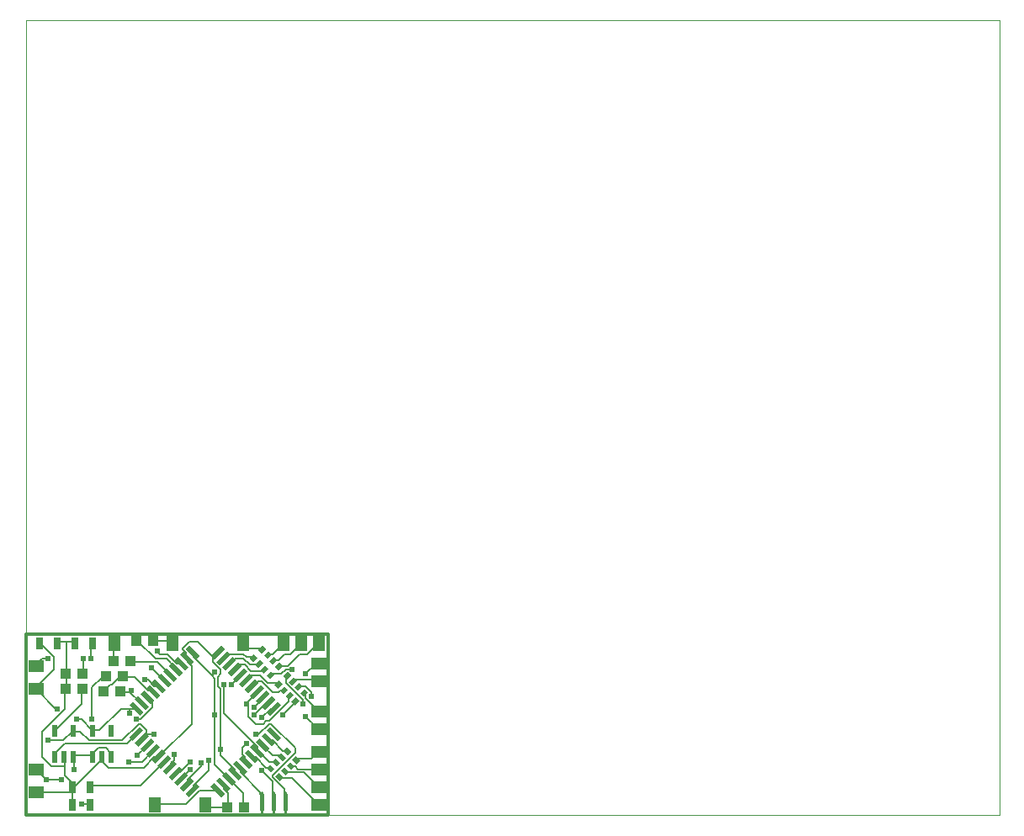
<source format=gtl>
G75*
%MOIN*%
%OFA0B0*%
%FSLAX25Y25*%
%IPPOS*%
%LPD*%
%AMOC8*
5,1,8,0,0,1.08239X$1,22.5*
%
%ADD10C,0.00000*%
%ADD11C,0.01200*%
%ADD12R,0.04331X0.03937*%
%ADD13R,0.06000X0.05000*%
%ADD14R,0.05000X0.06000*%
%ADD15R,0.03150X0.04724*%
%ADD16R,0.01969X0.02559*%
%ADD17R,0.05906X0.01969*%
%ADD18R,0.01969X0.05906*%
%ADD19R,0.02165X0.04724*%
%ADD20C,0.01772*%
%ADD21C,0.01000*%
%ADD22C,0.00600*%
%ADD23C,0.02400*%
D10*
X0003449Y0076076D02*
X0003449Y0319461D01*
X0389150Y0319461D01*
X0389150Y0004500D01*
X0123131Y0004500D01*
D11*
X0003449Y0004500D02*
X0003449Y0076076D01*
X0123131Y0076076D01*
X0123131Y0004500D01*
X0003449Y0004500D01*
D12*
X0034102Y0053500D03*
X0035102Y0059500D03*
X0041795Y0059500D03*
X0040795Y0053500D03*
X0038102Y0065500D03*
X0044795Y0065500D03*
X0047102Y0073500D03*
X0053795Y0073500D03*
X0025795Y0060500D03*
X0025795Y0054500D03*
X0019102Y0054500D03*
X0019102Y0060500D03*
X0083102Y0007500D03*
X0089795Y0007500D03*
D13*
X0119449Y0008500D03*
X0119449Y0015500D03*
X0119449Y0022500D03*
X0119449Y0029500D03*
X0119449Y0038500D03*
X0119449Y0045500D03*
X0119449Y0057500D03*
X0119449Y0064500D03*
X0007449Y0063500D03*
X0007449Y0054500D03*
X0007449Y0022500D03*
X0007449Y0013500D03*
D14*
X0054449Y0008500D03*
X0074555Y0008288D03*
X0061449Y0072500D03*
X0038449Y0072500D03*
X0089449Y0072500D03*
X0105449Y0072500D03*
X0112449Y0072500D03*
X0119449Y0072500D03*
D15*
X0029992Y0072500D03*
X0022906Y0072500D03*
X0015992Y0072500D03*
X0008906Y0072500D03*
X0021906Y0015500D03*
X0021906Y0008500D03*
X0028992Y0008500D03*
X0028992Y0015500D03*
D16*
G36*
X0093414Y0064882D02*
X0092022Y0066274D01*
X0093830Y0068082D01*
X0095222Y0066690D01*
X0093414Y0064882D01*
G37*
G36*
X0095641Y0062655D02*
X0094249Y0064047D01*
X0096057Y0065855D01*
X0097449Y0064463D01*
X0095641Y0062655D01*
G37*
G36*
X0097869Y0060428D02*
X0096477Y0061820D01*
X0098285Y0063628D01*
X0099677Y0062236D01*
X0097869Y0060428D01*
G37*
G36*
X0100096Y0058201D02*
X0098704Y0059593D01*
X0100512Y0061401D01*
X0101904Y0060009D01*
X0100096Y0058201D01*
G37*
G36*
X0103287Y0054501D02*
X0101895Y0055893D01*
X0103703Y0057701D01*
X0105095Y0056309D01*
X0103287Y0054501D01*
G37*
G36*
X0105514Y0052274D02*
X0104122Y0053666D01*
X0105930Y0055474D01*
X0107322Y0054082D01*
X0105514Y0052274D01*
G37*
G36*
X0107741Y0050047D02*
X0106349Y0051439D01*
X0108157Y0053247D01*
X0109549Y0051855D01*
X0107741Y0050047D01*
G37*
G36*
X0109969Y0047819D02*
X0108577Y0049211D01*
X0110385Y0051019D01*
X0111777Y0049627D01*
X0109969Y0047819D01*
G37*
G36*
X0113448Y0051299D02*
X0112056Y0052691D01*
X0113864Y0054499D01*
X0115256Y0053107D01*
X0113448Y0051299D01*
G37*
G36*
X0111221Y0053526D02*
X0109829Y0054918D01*
X0111637Y0056726D01*
X0113029Y0055334D01*
X0111221Y0053526D01*
G37*
G36*
X0108994Y0055753D02*
X0107602Y0057145D01*
X0109410Y0058953D01*
X0110802Y0057561D01*
X0108994Y0055753D01*
G37*
G36*
X0106767Y0057981D02*
X0105375Y0059373D01*
X0107183Y0061181D01*
X0108575Y0059789D01*
X0106767Y0057981D01*
G37*
G36*
X0103576Y0061680D02*
X0102184Y0063072D01*
X0103992Y0064880D01*
X0105384Y0063488D01*
X0103576Y0061680D01*
G37*
G36*
X0101348Y0063908D02*
X0099956Y0065300D01*
X0101764Y0067108D01*
X0103156Y0065716D01*
X0101348Y0063908D01*
G37*
G36*
X0099121Y0066135D02*
X0097729Y0067527D01*
X0099537Y0069335D01*
X0100929Y0067943D01*
X0099121Y0066135D01*
G37*
G36*
X0096894Y0068362D02*
X0095502Y0069754D01*
X0097310Y0071562D01*
X0098702Y0070170D01*
X0096894Y0068362D01*
G37*
G36*
X0105450Y0029789D02*
X0106842Y0031181D01*
X0108650Y0029373D01*
X0107258Y0027981D01*
X0105450Y0029789D01*
G37*
G36*
X0103222Y0027561D02*
X0104614Y0028953D01*
X0106422Y0027145D01*
X0105030Y0025753D01*
X0103222Y0027561D01*
G37*
G36*
X0100995Y0025334D02*
X0102387Y0026726D01*
X0104195Y0024918D01*
X0102803Y0023526D01*
X0100995Y0025334D01*
G37*
G36*
X0098768Y0023107D02*
X0100160Y0024499D01*
X0101968Y0022691D01*
X0100576Y0021299D01*
X0098768Y0023107D01*
G37*
G36*
X0102248Y0019627D02*
X0103640Y0021019D01*
X0105448Y0019211D01*
X0104056Y0017819D01*
X0102248Y0019627D01*
G37*
G36*
X0104475Y0021855D02*
X0105867Y0023247D01*
X0107675Y0021439D01*
X0106283Y0020047D01*
X0104475Y0021855D01*
G37*
G36*
X0106702Y0024082D02*
X0108094Y0025474D01*
X0109902Y0023666D01*
X0108510Y0022274D01*
X0106702Y0024082D01*
G37*
G36*
X0108929Y0026309D02*
X0110321Y0027701D01*
X0112129Y0025893D01*
X0110737Y0024501D01*
X0108929Y0026309D01*
G37*
D17*
G36*
X0104514Y0047903D02*
X0100339Y0043728D01*
X0098948Y0045119D01*
X0103123Y0049294D01*
X0104514Y0047903D01*
G37*
G36*
X0102287Y0050130D02*
X0098112Y0045955D01*
X0096721Y0047346D01*
X0100896Y0051521D01*
X0102287Y0050130D01*
G37*
G36*
X0100060Y0052357D02*
X0095885Y0048182D01*
X0094494Y0049573D01*
X0098669Y0053748D01*
X0100060Y0052357D01*
G37*
G36*
X0097833Y0054584D02*
X0093658Y0050409D01*
X0092267Y0051800D01*
X0096442Y0055975D01*
X0097833Y0054584D01*
G37*
G36*
X0095605Y0056811D02*
X0091430Y0052636D01*
X0090039Y0054027D01*
X0094214Y0058202D01*
X0095605Y0056811D01*
G37*
G36*
X0093378Y0059039D02*
X0089203Y0054864D01*
X0087812Y0056255D01*
X0091987Y0060430D01*
X0093378Y0059039D01*
G37*
G36*
X0091151Y0061266D02*
X0086976Y0057091D01*
X0085585Y0058482D01*
X0089760Y0062657D01*
X0091151Y0061266D01*
G37*
G36*
X0088924Y0063493D02*
X0084749Y0059318D01*
X0083358Y0060709D01*
X0087533Y0064884D01*
X0088924Y0063493D01*
G37*
G36*
X0086697Y0065720D02*
X0082522Y0061545D01*
X0081131Y0062936D01*
X0085306Y0067111D01*
X0086697Y0065720D01*
G37*
G36*
X0084470Y0067947D02*
X0080295Y0063772D01*
X0078904Y0065163D01*
X0083079Y0069338D01*
X0084470Y0067947D01*
G37*
G36*
X0082243Y0070174D02*
X0078068Y0065999D01*
X0076677Y0067390D01*
X0080852Y0071565D01*
X0082243Y0070174D01*
G37*
G36*
X0049950Y0037881D02*
X0045775Y0033706D01*
X0044384Y0035097D01*
X0048559Y0039272D01*
X0049950Y0037881D01*
G37*
G36*
X0052177Y0035654D02*
X0048002Y0031479D01*
X0046611Y0032870D01*
X0050786Y0037045D01*
X0052177Y0035654D01*
G37*
G36*
X0054404Y0033427D02*
X0050229Y0029252D01*
X0048838Y0030643D01*
X0053013Y0034818D01*
X0054404Y0033427D01*
G37*
G36*
X0056631Y0031200D02*
X0052456Y0027025D01*
X0051065Y0028416D01*
X0055240Y0032591D01*
X0056631Y0031200D01*
G37*
G36*
X0058858Y0028973D02*
X0054683Y0024798D01*
X0053292Y0026189D01*
X0057467Y0030364D01*
X0058858Y0028973D01*
G37*
G36*
X0061085Y0026745D02*
X0056910Y0022570D01*
X0055519Y0023961D01*
X0059694Y0028136D01*
X0061085Y0026745D01*
G37*
G36*
X0063312Y0024518D02*
X0059137Y0020343D01*
X0057746Y0021734D01*
X0061921Y0025909D01*
X0063312Y0024518D01*
G37*
G36*
X0065539Y0022291D02*
X0061364Y0018116D01*
X0059973Y0019507D01*
X0064148Y0023682D01*
X0065539Y0022291D01*
G37*
G36*
X0067767Y0020064D02*
X0063592Y0015889D01*
X0062201Y0017280D01*
X0066376Y0021455D01*
X0067767Y0020064D01*
G37*
G36*
X0069994Y0017837D02*
X0065819Y0013662D01*
X0064428Y0015053D01*
X0068603Y0019228D01*
X0069994Y0017837D01*
G37*
G36*
X0072221Y0015610D02*
X0068046Y0011435D01*
X0066655Y0012826D01*
X0070830Y0017001D01*
X0072221Y0015610D01*
G37*
D18*
G36*
X0082243Y0012826D02*
X0080852Y0011435D01*
X0076677Y0015610D01*
X0078068Y0017001D01*
X0082243Y0012826D01*
G37*
G36*
X0084470Y0015053D02*
X0083079Y0013662D01*
X0078904Y0017837D01*
X0080295Y0019228D01*
X0084470Y0015053D01*
G37*
G36*
X0086697Y0017280D02*
X0085306Y0015889D01*
X0081131Y0020064D01*
X0082522Y0021455D01*
X0086697Y0017280D01*
G37*
G36*
X0088924Y0019507D02*
X0087533Y0018116D01*
X0083358Y0022291D01*
X0084749Y0023682D01*
X0088924Y0019507D01*
G37*
G36*
X0091151Y0021734D02*
X0089760Y0020343D01*
X0085585Y0024518D01*
X0086976Y0025909D01*
X0091151Y0021734D01*
G37*
G36*
X0093378Y0023961D02*
X0091987Y0022570D01*
X0087812Y0026745D01*
X0089203Y0028136D01*
X0093378Y0023961D01*
G37*
G36*
X0095605Y0026189D02*
X0094214Y0024798D01*
X0090039Y0028973D01*
X0091430Y0030364D01*
X0095605Y0026189D01*
G37*
G36*
X0097833Y0028416D02*
X0096442Y0027025D01*
X0092267Y0031200D01*
X0093658Y0032591D01*
X0097833Y0028416D01*
G37*
G36*
X0100060Y0030643D02*
X0098669Y0029252D01*
X0094494Y0033427D01*
X0095885Y0034818D01*
X0100060Y0030643D01*
G37*
G36*
X0102287Y0032870D02*
X0100896Y0031479D01*
X0096721Y0035654D01*
X0098112Y0037045D01*
X0102287Y0032870D01*
G37*
G36*
X0104514Y0035097D02*
X0103123Y0033706D01*
X0098948Y0037881D01*
X0100339Y0039272D01*
X0104514Y0035097D01*
G37*
G36*
X0069994Y0065163D02*
X0068603Y0063772D01*
X0064428Y0067947D01*
X0065819Y0069338D01*
X0069994Y0065163D01*
G37*
G36*
X0072221Y0067390D02*
X0070830Y0065999D01*
X0066655Y0070174D01*
X0068046Y0071565D01*
X0072221Y0067390D01*
G37*
G36*
X0067767Y0062936D02*
X0066376Y0061545D01*
X0062201Y0065720D01*
X0063592Y0067111D01*
X0067767Y0062936D01*
G37*
G36*
X0065539Y0060709D02*
X0064148Y0059318D01*
X0059973Y0063493D01*
X0061364Y0064884D01*
X0065539Y0060709D01*
G37*
G36*
X0063312Y0058482D02*
X0061921Y0057091D01*
X0057746Y0061266D01*
X0059137Y0062657D01*
X0063312Y0058482D01*
G37*
G36*
X0061085Y0056255D02*
X0059694Y0054864D01*
X0055519Y0059039D01*
X0056910Y0060430D01*
X0061085Y0056255D01*
G37*
G36*
X0058858Y0054027D02*
X0057467Y0052636D01*
X0053292Y0056811D01*
X0054683Y0058202D01*
X0058858Y0054027D01*
G37*
G36*
X0056631Y0051800D02*
X0055240Y0050409D01*
X0051065Y0054584D01*
X0052456Y0055975D01*
X0056631Y0051800D01*
G37*
G36*
X0054404Y0049573D02*
X0053013Y0048182D01*
X0048838Y0052357D01*
X0050229Y0053748D01*
X0054404Y0049573D01*
G37*
G36*
X0052177Y0047346D02*
X0050786Y0045955D01*
X0046611Y0050130D01*
X0048002Y0051521D01*
X0052177Y0047346D01*
G37*
G36*
X0049950Y0045119D02*
X0048559Y0043728D01*
X0044384Y0047903D01*
X0045775Y0049294D01*
X0049950Y0045119D01*
G37*
D19*
X0037189Y0037619D03*
X0029709Y0037619D03*
X0022189Y0037619D03*
X0014709Y0037619D03*
X0014709Y0027381D03*
X0018449Y0027381D03*
X0022189Y0027381D03*
X0029709Y0027381D03*
X0033449Y0027381D03*
X0037189Y0027381D03*
D20*
X0096724Y0012364D02*
X0096724Y0006636D01*
X0101449Y0006636D02*
X0101449Y0012364D01*
X0106173Y0012364D02*
X0106173Y0006636D01*
D21*
X0106173Y0005500D02*
X0106173Y0009500D01*
X0106173Y0013500D01*
X0101449Y0013500D02*
X0101449Y0009500D01*
X0101449Y0005500D01*
X0096724Y0005500D02*
X0096724Y0009500D01*
X0096724Y0013500D01*
D22*
X0096249Y0013500D02*
X0096724Y0009500D01*
X0089795Y0007500D02*
X0089649Y0007500D01*
X0089649Y0012900D01*
X0084249Y0018300D01*
X0083914Y0018672D01*
X0083649Y0018900D01*
X0078249Y0024300D01*
X0078249Y0044100D01*
X0078249Y0058500D01*
X0077049Y0059700D01*
X0078249Y0060900D01*
X0077049Y0059700D02*
X0069849Y0066900D01*
X0069849Y0068700D01*
X0069438Y0068782D01*
X0066849Y0068700D02*
X0065649Y0069900D01*
X0065649Y0070500D01*
X0068049Y0072900D01*
X0071649Y0072900D01*
X0077649Y0066900D01*
X0079460Y0068782D01*
X0079449Y0068700D01*
X0077649Y0066900D01*
X0077649Y0065100D01*
X0080649Y0062100D01*
X0080649Y0060300D01*
X0079449Y0059100D01*
X0079449Y0055500D01*
X0080649Y0054300D01*
X0080649Y0030300D01*
X0080649Y0027900D01*
X0086049Y0022500D01*
X0086049Y0021300D01*
X0086141Y0020899D01*
X0088449Y0021300D02*
X0096249Y0013500D01*
X0101049Y0013500D02*
X0101049Y0017700D01*
X0096849Y0021900D01*
X0098649Y0023100D02*
X0094449Y0027300D01*
X0093249Y0027300D01*
X0092822Y0027581D01*
X0090249Y0027300D02*
X0089049Y0028500D01*
X0089049Y0030900D01*
X0090849Y0032700D01*
X0095049Y0031500D02*
X0081849Y0044700D01*
X0081849Y0056100D01*
X0084849Y0056100D02*
X0088449Y0059700D01*
X0088368Y0059874D01*
X0086141Y0062101D02*
X0086649Y0062700D01*
X0087849Y0063900D01*
X0090249Y0063900D01*
X0092649Y0061500D01*
X0098049Y0061500D01*
X0098077Y0062028D01*
X0100449Y0060300D02*
X0100304Y0059801D01*
X0100449Y0060300D02*
X0104649Y0060300D01*
X0106449Y0062100D01*
X0108849Y0062100D01*
X0107049Y0063300D02*
X0111849Y0068100D01*
X0114849Y0068100D01*
X0119049Y0072300D01*
X0119449Y0072500D01*
X0112449Y0072500D02*
X0112449Y0072300D01*
X0108249Y0068100D01*
X0105849Y0068100D01*
X0103449Y0065700D01*
X0101649Y0065700D01*
X0101556Y0065508D01*
X0101049Y0068100D02*
X0105449Y0072500D01*
X0101049Y0068100D02*
X0099849Y0068100D01*
X0099329Y0067735D01*
X0097102Y0069962D02*
X0096849Y0070500D01*
X0091449Y0070500D01*
X0089449Y0072500D01*
X0089649Y0068100D02*
X0083049Y0068100D01*
X0081849Y0066900D01*
X0081687Y0066555D01*
X0083914Y0064328D02*
X0084249Y0064500D01*
X0086049Y0066300D01*
X0089649Y0066300D01*
X0092049Y0063900D01*
X0095649Y0063900D01*
X0095849Y0064255D01*
X0093622Y0066482D02*
X0093249Y0066900D01*
X0090849Y0066900D01*
X0089649Y0068100D01*
X0092649Y0059700D02*
X0090595Y0057647D01*
X0092649Y0059700D02*
X0096249Y0059700D01*
X0099249Y0056700D01*
X0103449Y0056700D01*
X0103495Y0056101D01*
X0104049Y0053700D02*
X0103449Y0053100D01*
X0101049Y0053100D01*
X0096849Y0057300D01*
X0095049Y0057300D01*
X0093249Y0055500D01*
X0092822Y0055419D01*
X0095050Y0053192D02*
X0095049Y0053100D01*
X0091449Y0049500D01*
X0091449Y0048300D01*
X0090849Y0048300D01*
X0091449Y0048300D02*
X0091449Y0043500D01*
X0094449Y0040500D01*
X0097449Y0040500D01*
X0098649Y0041700D01*
X0099849Y0041700D01*
X0107649Y0049500D01*
X0107649Y0051300D01*
X0107949Y0051647D01*
X0105722Y0053874D02*
X0105249Y0053700D01*
X0104049Y0053700D01*
X0106449Y0056700D02*
X0113049Y0050100D01*
X0113049Y0048300D01*
X0114249Y0050700D02*
X0114249Y0052500D01*
X0113656Y0052899D01*
X0114249Y0050700D02*
X0119449Y0045500D01*
X0114249Y0043500D02*
X0119049Y0038700D01*
X0119449Y0038500D01*
X0119449Y0029500D02*
X0116649Y0026700D01*
X0110649Y0026700D01*
X0110529Y0026101D01*
X0110049Y0023700D02*
X0108849Y0023700D01*
X0108302Y0023874D01*
X0110049Y0023700D02*
X0111249Y0022500D01*
X0119449Y0022500D01*
X0113649Y0021300D02*
X0119449Y0015500D01*
X0119049Y0008700D02*
X0119449Y0008500D01*
X0119049Y0008700D02*
X0108849Y0018900D01*
X0104049Y0018900D01*
X0103848Y0019419D01*
X0101049Y0019500D02*
X0105849Y0014700D01*
X0105849Y0013500D01*
X0106173Y0009500D01*
X0101449Y0009500D02*
X0101049Y0013500D01*
X0101049Y0019500D02*
X0101049Y0020100D01*
X0110049Y0029100D01*
X0110049Y0030900D01*
X0100449Y0040500D01*
X0099849Y0040500D01*
X0095649Y0036300D01*
X0094449Y0036300D01*
X0099504Y0034262D02*
X0099849Y0033900D01*
X0101049Y0033900D01*
X0105249Y0029700D01*
X0107049Y0029700D01*
X0107050Y0029581D01*
X0104649Y0027900D02*
X0104822Y0027353D01*
X0104649Y0027900D02*
X0101049Y0027900D01*
X0097449Y0031500D01*
X0097277Y0032035D01*
X0095049Y0031500D02*
X0095049Y0030300D01*
X0095050Y0029808D01*
X0095649Y0029700D01*
X0099849Y0025500D01*
X0102249Y0025500D01*
X0102595Y0025126D01*
X0100368Y0022899D02*
X0099849Y0023100D01*
X0098649Y0023100D01*
X0106075Y0021647D02*
X0106449Y0021300D01*
X0113649Y0021300D01*
X0090595Y0025353D02*
X0090249Y0025500D01*
X0090249Y0027300D01*
X0088449Y0023100D02*
X0088368Y0023126D01*
X0088449Y0023100D02*
X0088449Y0021300D01*
X0081687Y0016445D02*
X0081849Y0015900D01*
X0081849Y0014700D01*
X0083649Y0012900D01*
X0083649Y0007500D01*
X0083102Y0007500D01*
X0075249Y0007500D01*
X0074649Y0008100D01*
X0074555Y0008288D01*
X0072249Y0014100D02*
X0066849Y0008700D01*
X0054849Y0008700D01*
X0054449Y0008500D01*
X0048849Y0015900D02*
X0058302Y0025353D01*
X0060849Y0024900D02*
X0062049Y0026100D01*
X0062049Y0028500D01*
X0060849Y0024900D02*
X0060849Y0023700D01*
X0060529Y0023126D01*
X0062756Y0020899D02*
X0063249Y0021300D01*
X0064449Y0021300D01*
X0068649Y0025500D01*
X0068649Y0022500D02*
X0065049Y0018900D01*
X0064984Y0018672D01*
X0067449Y0018300D02*
X0072849Y0023700D01*
X0072849Y0024900D01*
X0075849Y0026100D02*
X0075849Y0021900D01*
X0069849Y0015900D01*
X0069849Y0014700D01*
X0069438Y0014218D01*
X0072249Y0014100D02*
X0079449Y0014100D01*
X0079460Y0014218D01*
X0067449Y0016500D02*
X0067211Y0016445D01*
X0067449Y0016500D02*
X0067449Y0018300D01*
X0056649Y0027900D02*
X0056075Y0027581D01*
X0056049Y0027300D01*
X0054249Y0027300D01*
X0050049Y0023100D01*
X0036249Y0023100D01*
X0033249Y0026100D01*
X0033449Y0027381D01*
X0033249Y0027300D01*
X0033249Y0026100D01*
X0022449Y0015300D01*
X0021906Y0015500D01*
X0021849Y0013500D01*
X0007449Y0013500D01*
X0011649Y0018300D02*
X0017649Y0018300D01*
X0018849Y0020100D02*
X0021849Y0017100D01*
X0021849Y0015900D01*
X0021906Y0015500D01*
X0021849Y0015300D01*
X0021849Y0013500D01*
X0021849Y0008700D01*
X0021906Y0008500D01*
X0025449Y0008700D02*
X0028449Y0008700D01*
X0028992Y0008500D01*
X0028992Y0015500D02*
X0029049Y0015900D01*
X0048849Y0015900D01*
X0049449Y0025500D02*
X0044049Y0025500D01*
X0047649Y0027900D02*
X0051249Y0031500D01*
X0051621Y0032035D01*
X0053649Y0029700D02*
X0053848Y0029808D01*
X0053649Y0029700D02*
X0049449Y0025500D01*
X0056649Y0027900D02*
X0069249Y0040500D01*
X0069249Y0063300D01*
X0067449Y0065100D01*
X0067449Y0066300D01*
X0067211Y0066555D01*
X0066849Y0066900D01*
X0066849Y0068700D01*
X0064984Y0064328D02*
X0064449Y0064500D01*
X0063249Y0064500D01*
X0059649Y0068100D01*
X0056649Y0068100D01*
X0055449Y0069300D01*
X0054849Y0066300D02*
X0059049Y0066300D01*
X0062649Y0062700D01*
X0062756Y0062101D01*
X0060249Y0060300D02*
X0060529Y0059874D01*
X0060249Y0060300D02*
X0055449Y0065100D01*
X0045249Y0065100D01*
X0044795Y0065500D01*
X0046449Y0059100D02*
X0042249Y0059100D01*
X0041795Y0059500D01*
X0041649Y0059100D01*
X0040449Y0059100D01*
X0037449Y0056100D01*
X0036849Y0056100D01*
X0034449Y0053700D01*
X0034102Y0053500D01*
X0029649Y0054900D02*
X0029649Y0042300D01*
X0029649Y0038100D02*
X0025449Y0042300D01*
X0023649Y0042300D01*
X0022189Y0037619D02*
X0021849Y0037500D01*
X0018249Y0033900D01*
X0012249Y0033900D01*
X0009849Y0037500D02*
X0009849Y0027300D01*
X0013449Y0023700D01*
X0018849Y0023700D01*
X0018849Y0027300D01*
X0018449Y0027381D01*
X0015249Y0027900D02*
X0015249Y0029100D01*
X0018849Y0032700D01*
X0043449Y0032700D01*
X0047049Y0036300D01*
X0047167Y0036489D01*
X0049449Y0034500D02*
X0049394Y0034262D01*
X0051249Y0036300D01*
X0054249Y0036300D01*
X0051249Y0036300D02*
X0049449Y0034500D01*
X0051249Y0036300D02*
X0051249Y0038100D01*
X0048849Y0040500D01*
X0048249Y0040500D01*
X0041649Y0033900D01*
X0028449Y0033900D01*
X0024849Y0037500D01*
X0022449Y0037500D01*
X0022189Y0037619D01*
X0015249Y0038100D02*
X0014709Y0037619D01*
X0015249Y0038100D02*
X0025449Y0048300D01*
X0025449Y0054300D01*
X0025795Y0054500D01*
X0029649Y0054900D02*
X0033849Y0059100D01*
X0035049Y0059100D01*
X0035102Y0059500D01*
X0038102Y0065500D02*
X0038049Y0065700D01*
X0038049Y0072300D01*
X0038449Y0072500D01*
X0029992Y0072500D02*
X0029649Y0072300D01*
X0029049Y0071700D01*
X0029049Y0066300D01*
X0026049Y0066300D02*
X0026049Y0060900D01*
X0025795Y0060500D01*
X0019449Y0060300D02*
X0019449Y0054900D01*
X0019102Y0054500D01*
X0018849Y0054300D01*
X0018849Y0046500D01*
X0009849Y0037500D01*
X0015249Y0046500D02*
X0015849Y0046500D01*
X0015249Y0046500D02*
X0007449Y0054300D01*
X0007449Y0054500D01*
X0007449Y0054900D01*
X0014649Y0062100D01*
X0014649Y0066900D01*
X0009249Y0072300D01*
X0008906Y0072500D01*
X0009849Y0066300D02*
X0007449Y0063900D01*
X0007449Y0063500D01*
X0009849Y0066300D02*
X0012249Y0066300D01*
X0019102Y0060500D02*
X0019449Y0060900D01*
X0019449Y0072900D01*
X0016449Y0072900D01*
X0015992Y0072500D01*
X0019449Y0072900D02*
X0022449Y0072900D01*
X0022906Y0072500D01*
X0019102Y0060500D02*
X0019449Y0060300D01*
X0040795Y0053500D02*
X0041049Y0053100D01*
X0044649Y0053100D01*
X0045249Y0053700D01*
X0044649Y0053100D02*
X0048849Y0048900D01*
X0049394Y0048738D01*
X0051849Y0050700D02*
X0051621Y0050965D01*
X0051849Y0050700D02*
X0053649Y0048900D01*
X0053649Y0047100D01*
X0048849Y0042300D01*
X0047049Y0042300D01*
X0044649Y0044700D02*
X0044649Y0046500D01*
X0041049Y0046500D01*
X0032649Y0038100D01*
X0030249Y0038100D01*
X0029709Y0037619D01*
X0029649Y0038100D01*
X0032049Y0030900D02*
X0029049Y0027900D01*
X0029709Y0027381D01*
X0029649Y0027900D01*
X0029049Y0027900D01*
X0022449Y0027900D01*
X0022189Y0027381D01*
X0022449Y0027300D01*
X0022449Y0022500D01*
X0018849Y0023700D02*
X0018849Y0020100D01*
X0011649Y0018300D02*
X0007449Y0022500D01*
X0014709Y0027381D02*
X0015249Y0027900D01*
X0032049Y0030900D02*
X0035049Y0030900D01*
X0036849Y0029100D01*
X0036849Y0027900D01*
X0037189Y0027381D01*
X0044649Y0046500D02*
X0047049Y0046500D01*
X0047167Y0046511D01*
X0051849Y0053700D02*
X0046449Y0059100D01*
X0050649Y0057900D02*
X0051849Y0057900D01*
X0054249Y0055500D01*
X0056049Y0055500D01*
X0056075Y0055419D01*
X0053649Y0053700D02*
X0053848Y0053192D01*
X0053649Y0053700D02*
X0051849Y0053700D01*
X0057849Y0057900D02*
X0058302Y0057647D01*
X0057849Y0057900D02*
X0053049Y0062700D01*
X0054849Y0066300D02*
X0047649Y0073500D01*
X0047102Y0073500D01*
X0053795Y0073500D02*
X0060849Y0073500D01*
X0061449Y0072900D01*
X0061449Y0072500D01*
X0093849Y0047100D02*
X0097449Y0050700D01*
X0097277Y0050965D01*
X0098049Y0048300D02*
X0093849Y0044100D01*
X0096849Y0042900D02*
X0100449Y0046500D01*
X0101649Y0046500D01*
X0101731Y0046511D01*
X0099249Y0048300D02*
X0099504Y0048738D01*
X0099249Y0048300D02*
X0098049Y0048300D01*
X0105249Y0044100D02*
X0110049Y0048900D01*
X0110177Y0049419D01*
X0116649Y0051300D02*
X0116649Y0053100D01*
X0114249Y0055500D01*
X0111849Y0055500D01*
X0111429Y0055126D01*
X0109202Y0057353D02*
X0109449Y0057900D01*
X0119049Y0057900D01*
X0119449Y0057500D01*
X0114249Y0060300D02*
X0118449Y0064500D01*
X0119449Y0064500D01*
X0107049Y0063300D02*
X0104049Y0063300D01*
X0103784Y0063280D01*
X0106975Y0059581D02*
X0106449Y0059100D01*
X0106449Y0056700D01*
D23*
X0108849Y0062100D03*
X0114249Y0060300D03*
X0116649Y0051300D03*
X0113049Y0048300D03*
X0114249Y0043500D03*
X0105249Y0044100D03*
X0096849Y0042900D03*
X0093849Y0044100D03*
X0093849Y0047100D03*
X0090849Y0048300D03*
X0084849Y0056100D03*
X0081849Y0056100D03*
X0078249Y0060900D03*
X0078249Y0044100D03*
X0090849Y0032700D03*
X0094449Y0036300D03*
X0080649Y0030300D03*
X0075849Y0026100D03*
X0072849Y0024900D03*
X0068649Y0025500D03*
X0068649Y0022500D03*
X0062049Y0028500D03*
X0054249Y0036300D03*
X0047049Y0042300D03*
X0044649Y0044700D03*
X0045249Y0053700D03*
X0050649Y0057900D03*
X0053049Y0062700D03*
X0055449Y0069300D03*
X0029049Y0066300D03*
X0026049Y0066300D03*
X0012249Y0066300D03*
X0015849Y0046500D03*
X0023649Y0042300D03*
X0029649Y0042300D03*
X0012249Y0033900D03*
X0022449Y0022500D03*
X0017649Y0018300D03*
X0011649Y0018300D03*
X0025449Y0008700D03*
X0044049Y0025500D03*
X0047649Y0027900D03*
X0096849Y0021900D03*
M02*

</source>
